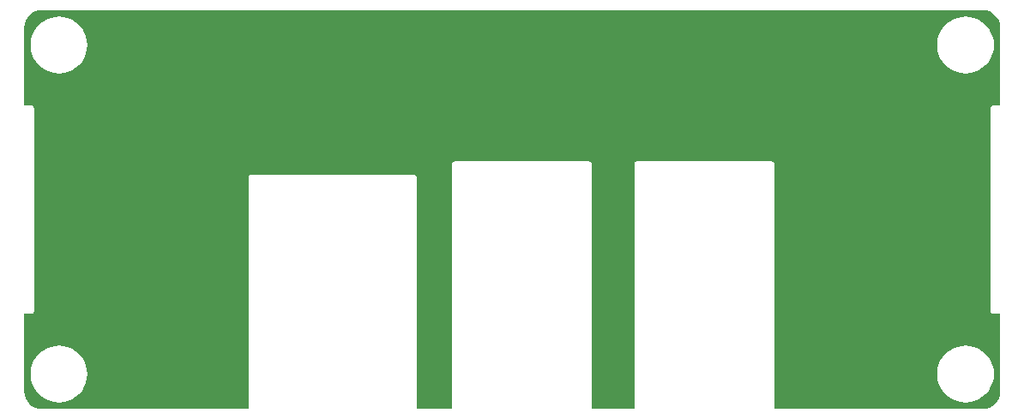
<source format=gtl>
G04*
G04 #@! TF.GenerationSoftware,Altium Limited,Altium Designer,23.0.1 (38)*
G04*
G04 Layer_Physical_Order=1*
G04 Layer_Color=255*
%FSLAX25Y25*%
%MOIN*%
G70*
G04*
G04 #@! TF.SameCoordinates,FEFC64D0-FB10-4D50-9D40-DAED1BB74A73*
G04*
G04*
G04 #@! TF.FilePolarity,Positive*
G04*
G01*
G75*
G36*
X107807Y256095D02*
X473555Y256095D01*
X473569Y256098D01*
X474873Y255969D01*
X476141Y255585D01*
X477309Y254960D01*
X478333Y254120D01*
X479173Y253096D01*
X479797Y251928D01*
X480182Y250661D01*
X480310Y249356D01*
X480308Y249342D01*
Y218968D01*
X477689D01*
X477260Y218883D01*
X476896Y218639D01*
X476653Y218276D01*
X476567Y217846D01*
Y139106D01*
X476653Y138677D01*
X476896Y138313D01*
X477260Y138070D01*
X477689Y137985D01*
X480308D01*
Y107610D01*
X480310Y107597D01*
X480182Y106292D01*
X479797Y105025D01*
X479173Y103857D01*
X478333Y102833D01*
X477309Y101992D01*
X476141Y101368D01*
X474873Y100984D01*
X473569Y100855D01*
X473555Y100858D01*
X392488D01*
Y137100D01*
Y196155D01*
X392410Y196545D01*
X392189Y196876D01*
X391859Y197097D01*
X391468Y197175D01*
X339106D01*
X338716Y197097D01*
X338385Y196876D01*
X338164Y196545D01*
X338087Y196155D01*
Y137100D01*
Y100858D01*
X321622D01*
Y137100D01*
Y196155D01*
X321544Y196545D01*
X321323Y196876D01*
X320992Y197097D01*
X320602Y197175D01*
X268240D01*
X267850Y197097D01*
X267519Y196876D01*
X267298Y196545D01*
X267220Y196155D01*
Y137100D01*
Y100858D01*
X253512D01*
Y137100D01*
Y191037D01*
X253434Y191427D01*
X253213Y191758D01*
X252882Y191979D01*
X252492Y192057D01*
X189106D01*
X188716Y191979D01*
X188385Y191758D01*
X188164Y191427D01*
X188087Y191037D01*
Y137100D01*
Y100858D01*
X107807D01*
X107793Y100855D01*
X106489Y100984D01*
X105221Y101368D01*
X104053Y101992D01*
X103030Y102833D01*
X102189Y103857D01*
X101565Y105025D01*
X101180Y106292D01*
X101052Y107597D01*
X101055Y107610D01*
Y137985D01*
X103673D01*
X104102Y138070D01*
X104466Y138313D01*
X104709Y138677D01*
X104795Y139106D01*
Y217846D01*
X104709Y218276D01*
X104466Y218639D01*
X104102Y218883D01*
X103673Y218968D01*
X101055D01*
Y249342D01*
X101052Y249356D01*
X101180Y250661D01*
X101565Y251928D01*
X102189Y253096D01*
X103030Y254120D01*
X104053Y254960D01*
X105221Y255585D01*
X106489Y255969D01*
X107793Y256098D01*
X107807Y256095D01*
D02*
G37*
%LPC*%
G36*
X114500Y253487D02*
X112774Y253351D01*
X111090Y252947D01*
X109491Y252284D01*
X108014Y251380D01*
X106698Y250255D01*
X105573Y248938D01*
X104668Y247462D01*
X104006Y245863D01*
X103602Y244179D01*
X103466Y242453D01*
X103602Y240727D01*
X104006Y239043D01*
X104668Y237443D01*
X105573Y235967D01*
X106698Y234650D01*
X108014Y233526D01*
X109491Y232621D01*
X111090Y231959D01*
X112774Y231555D01*
X114500Y231419D01*
X116226Y231555D01*
X117910Y231959D01*
X119509Y232621D01*
X120986Y233526D01*
X122302Y234650D01*
X123427Y235967D01*
X124331Y237443D01*
X124994Y239043D01*
X125398Y240727D01*
X125534Y242453D01*
X125398Y244179D01*
X124994Y245863D01*
X124331Y247462D01*
X123427Y248938D01*
X122302Y250255D01*
X120986Y251380D01*
X119509Y252284D01*
X117910Y252947D01*
X116226Y253351D01*
X114500Y253487D01*
D02*
G37*
G36*
X466862Y253487D02*
X465136Y253351D01*
X463452Y252947D01*
X461853Y252284D01*
X460377Y251380D01*
X459060Y250255D01*
X457935Y248938D01*
X457031Y247462D01*
X456368Y245863D01*
X455964Y244179D01*
X455828Y242453D01*
X455964Y240727D01*
X456368Y239043D01*
X457031Y237443D01*
X457935Y235967D01*
X459060Y234650D01*
X460377Y233526D01*
X461853Y232621D01*
X463452Y231959D01*
X465136Y231555D01*
X466862Y231419D01*
X468588Y231555D01*
X470272Y231959D01*
X471872Y232621D01*
X473348Y233526D01*
X474664Y234650D01*
X475789Y235967D01*
X476694Y237443D01*
X477356Y239043D01*
X477761Y240727D01*
X477896Y242453D01*
X477761Y244179D01*
X477356Y245863D01*
X476694Y247462D01*
X475789Y248938D01*
X474664Y250255D01*
X473348Y251380D01*
X471872Y252284D01*
X470272Y252947D01*
X468588Y253351D01*
X466862Y253487D01*
D02*
G37*
G36*
X114500Y125534D02*
X112774Y125398D01*
X111090Y124994D01*
X109491Y124331D01*
X108014Y123427D01*
X106698Y122302D01*
X105573Y120986D01*
X104668Y119509D01*
X104006Y117910D01*
X103602Y116226D01*
X103466Y114500D01*
X103602Y112774D01*
X104006Y111090D01*
X104668Y109491D01*
X105573Y108014D01*
X106698Y106698D01*
X108014Y105573D01*
X109491Y104668D01*
X111090Y104006D01*
X112774Y103602D01*
X114500Y103466D01*
X116226Y103602D01*
X117910Y104006D01*
X119509Y104668D01*
X120986Y105573D01*
X122302Y106698D01*
X123427Y108014D01*
X124331Y109491D01*
X124994Y111090D01*
X125398Y112774D01*
X125534Y114500D01*
X125398Y116226D01*
X124994Y117910D01*
X124331Y119509D01*
X123427Y120986D01*
X122302Y122302D01*
X120986Y123427D01*
X119509Y124331D01*
X117910Y124994D01*
X116226Y125398D01*
X114500Y125534D01*
D02*
G37*
G36*
X466862Y125534D02*
X465136Y125398D01*
X463452Y124994D01*
X461853Y124331D01*
X460377Y123427D01*
X459060Y122302D01*
X457935Y120986D01*
X457031Y119509D01*
X456368Y117910D01*
X455964Y116226D01*
X455828Y114500D01*
X455964Y112774D01*
X456368Y111090D01*
X457031Y109491D01*
X457935Y108014D01*
X459060Y106698D01*
X460377Y105573D01*
X461853Y104668D01*
X463452Y104006D01*
X465136Y103602D01*
X466862Y103466D01*
X468588Y103602D01*
X470272Y104006D01*
X471872Y104668D01*
X473348Y105573D01*
X474664Y106698D01*
X475789Y108014D01*
X476694Y109491D01*
X477356Y111090D01*
X477761Y112774D01*
X477896Y114500D01*
X477761Y116226D01*
X477356Y117910D01*
X476694Y119509D01*
X475789Y120986D01*
X474664Y122302D01*
X473348Y123427D01*
X471872Y124331D01*
X470272Y124994D01*
X468588Y125398D01*
X466862Y125534D01*
D02*
G37*
%LPD*%
M02*

</source>
